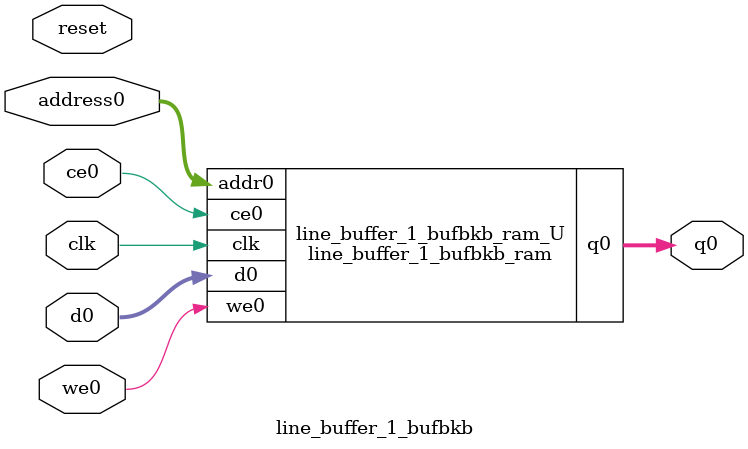
<source format=v>

`timescale 1 ns / 1 ps
module line_buffer_1_bufbkb_ram (addr0, ce0, d0, we0, q0,  clk);

parameter DWIDTH = 16;
parameter AWIDTH = 9;
parameter MEM_SIZE = 384;

input[AWIDTH-1:0] addr0;
input ce0;
input[DWIDTH-1:0] d0;
input we0;
output reg[DWIDTH-1:0] q0;
input clk;

(* ram_style = "block" *)reg [DWIDTH-1:0] ram[0:MEM_SIZE-1];




always @(posedge clk)  
begin 
    if (ce0) 
    begin
        if (we0) 
        begin 
            ram[addr0] <= d0; 
            q0 <= d0;
        end 
        else 
            q0 <= ram[addr0];
    end
end


endmodule


`timescale 1 ns / 1 ps
module line_buffer_1_bufbkb(
    reset,
    clk,
    address0,
    ce0,
    we0,
    d0,
    q0);

parameter DataWidth = 32'd16;
parameter AddressRange = 32'd384;
parameter AddressWidth = 32'd9;
input reset;
input clk;
input[AddressWidth - 1:0] address0;
input ce0;
input we0;
input[DataWidth - 1:0] d0;
output[DataWidth - 1:0] q0;



line_buffer_1_bufbkb_ram line_buffer_1_bufbkb_ram_U(
    .clk( clk ),
    .addr0( address0 ),
    .ce0( ce0 ),
    .d0( d0 ),
    .we0( we0 ),
    .q0( q0 ));

endmodule


</source>
